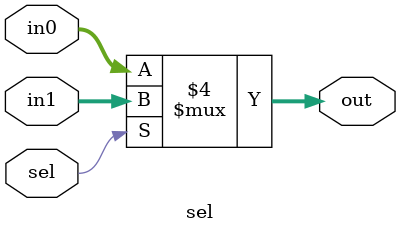
<source format=v>
module sel(in0, in1, sel, out);
	input [63:0] in0, in1;
	input sel;
	output reg [63:0] out;

	always @(*) begin
		if(sel == 0) begin
			out = in0;
		end else begin
			out = in1;
		end
	end
endmodule

</source>
